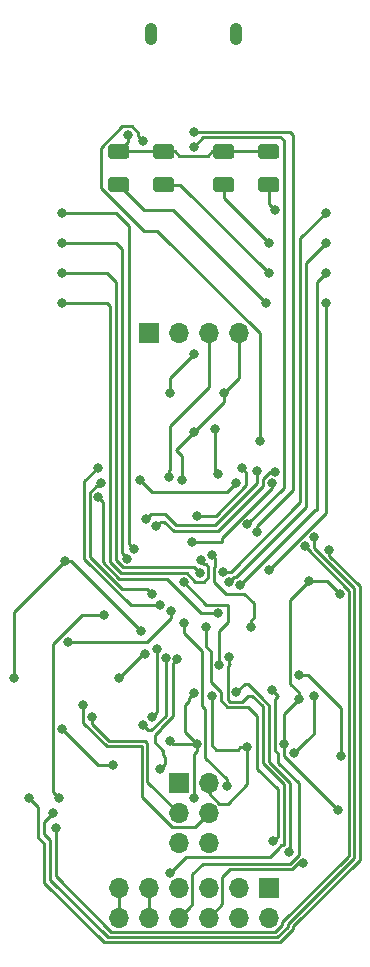
<source format=gbr>
G04 #@! TF.GenerationSoftware,KiCad,Pcbnew,5.0.2-bee76a0~70~ubuntu18.04.1*
G04 #@! TF.CreationDate,2019-11-16T15:20:31+01:00*
G04 #@! TF.ProjectId,Eierland,45696572-6c61-46e6-942e-6b696361645f,rev?*
G04 #@! TF.SameCoordinates,Original*
G04 #@! TF.FileFunction,Copper,L2,Bot*
G04 #@! TF.FilePolarity,Positive*
%FSLAX46Y46*%
G04 Gerber Fmt 4.6, Leading zero omitted, Abs format (unit mm)*
G04 Created by KiCad (PCBNEW 5.0.2-bee76a0~70~ubuntu18.04.1) date za 16 nov 2019 15:20:31 CET*
%MOMM*%
%LPD*%
G01*
G04 APERTURE LIST*
G04 #@! TA.AperFunction,Conductor*
%ADD10C,0.100000*%
G04 #@! TD*
G04 #@! TA.AperFunction,SMDPad,CuDef*
%ADD11C,1.250000*%
G04 #@! TD*
G04 #@! TA.AperFunction,ComponentPad*
%ADD12R,1.700000X1.700000*%
G04 #@! TD*
G04 #@! TA.AperFunction,ComponentPad*
%ADD13O,1.700000X1.700000*%
G04 #@! TD*
G04 #@! TA.AperFunction,ComponentPad*
%ADD14O,1.050000X1.900000*%
G04 #@! TD*
G04 #@! TA.AperFunction,ViaPad*
%ADD15C,0.800000*%
G04 #@! TD*
G04 #@! TA.AperFunction,Conductor*
%ADD16C,0.250000*%
G04 #@! TD*
G04 APERTURE END LIST*
D10*
G04 #@! TO.N,GND*
G04 #@! TO.C,D7*
G36*
X126379504Y-77986204D02*
X126403773Y-77989804D01*
X126427571Y-77995765D01*
X126450671Y-78004030D01*
X126472849Y-78014520D01*
X126493893Y-78027133D01*
X126513598Y-78041747D01*
X126531777Y-78058223D01*
X126548253Y-78076402D01*
X126562867Y-78096107D01*
X126575480Y-78117151D01*
X126585970Y-78139329D01*
X126594235Y-78162429D01*
X126600196Y-78186227D01*
X126603796Y-78210496D01*
X126605000Y-78235000D01*
X126605000Y-78985000D01*
X126603796Y-79009504D01*
X126600196Y-79033773D01*
X126594235Y-79057571D01*
X126585970Y-79080671D01*
X126575480Y-79102849D01*
X126562867Y-79123893D01*
X126548253Y-79143598D01*
X126531777Y-79161777D01*
X126513598Y-79178253D01*
X126493893Y-79192867D01*
X126472849Y-79205480D01*
X126450671Y-79215970D01*
X126427571Y-79224235D01*
X126403773Y-79230196D01*
X126379504Y-79233796D01*
X126355000Y-79235000D01*
X125105000Y-79235000D01*
X125080496Y-79233796D01*
X125056227Y-79230196D01*
X125032429Y-79224235D01*
X125009329Y-79215970D01*
X124987151Y-79205480D01*
X124966107Y-79192867D01*
X124946402Y-79178253D01*
X124928223Y-79161777D01*
X124911747Y-79143598D01*
X124897133Y-79123893D01*
X124884520Y-79102849D01*
X124874030Y-79080671D01*
X124865765Y-79057571D01*
X124859804Y-79033773D01*
X124856204Y-79009504D01*
X124855000Y-78985000D01*
X124855000Y-78235000D01*
X124856204Y-78210496D01*
X124859804Y-78186227D01*
X124865765Y-78162429D01*
X124874030Y-78139329D01*
X124884520Y-78117151D01*
X124897133Y-78096107D01*
X124911747Y-78076402D01*
X124928223Y-78058223D01*
X124946402Y-78041747D01*
X124966107Y-78027133D01*
X124987151Y-78014520D01*
X125009329Y-78004030D01*
X125032429Y-77995765D01*
X125056227Y-77989804D01*
X125080496Y-77986204D01*
X125105000Y-77985000D01*
X126355000Y-77985000D01*
X126379504Y-77986204D01*
X126379504Y-77986204D01*
G37*
D11*
G04 #@! TD*
G04 #@! TO.P,D7,1*
G04 #@! TO.N,GND*
X125730000Y-78610000D03*
D10*
G04 #@! TO.N,Net-(D7-Pad2)*
G04 #@! TO.C,D7*
G36*
X126379504Y-80786204D02*
X126403773Y-80789804D01*
X126427571Y-80795765D01*
X126450671Y-80804030D01*
X126472849Y-80814520D01*
X126493893Y-80827133D01*
X126513598Y-80841747D01*
X126531777Y-80858223D01*
X126548253Y-80876402D01*
X126562867Y-80896107D01*
X126575480Y-80917151D01*
X126585970Y-80939329D01*
X126594235Y-80962429D01*
X126600196Y-80986227D01*
X126603796Y-81010496D01*
X126605000Y-81035000D01*
X126605000Y-81785000D01*
X126603796Y-81809504D01*
X126600196Y-81833773D01*
X126594235Y-81857571D01*
X126585970Y-81880671D01*
X126575480Y-81902849D01*
X126562867Y-81923893D01*
X126548253Y-81943598D01*
X126531777Y-81961777D01*
X126513598Y-81978253D01*
X126493893Y-81992867D01*
X126472849Y-82005480D01*
X126450671Y-82015970D01*
X126427571Y-82024235D01*
X126403773Y-82030196D01*
X126379504Y-82033796D01*
X126355000Y-82035000D01*
X125105000Y-82035000D01*
X125080496Y-82033796D01*
X125056227Y-82030196D01*
X125032429Y-82024235D01*
X125009329Y-82015970D01*
X124987151Y-82005480D01*
X124966107Y-81992867D01*
X124946402Y-81978253D01*
X124928223Y-81961777D01*
X124911747Y-81943598D01*
X124897133Y-81923893D01*
X124884520Y-81902849D01*
X124874030Y-81880671D01*
X124865765Y-81857571D01*
X124859804Y-81833773D01*
X124856204Y-81809504D01*
X124855000Y-81785000D01*
X124855000Y-81035000D01*
X124856204Y-81010496D01*
X124859804Y-80986227D01*
X124865765Y-80962429D01*
X124874030Y-80939329D01*
X124884520Y-80917151D01*
X124897133Y-80896107D01*
X124911747Y-80876402D01*
X124928223Y-80858223D01*
X124946402Y-80841747D01*
X124966107Y-80827133D01*
X124987151Y-80814520D01*
X125009329Y-80804030D01*
X125032429Y-80795765D01*
X125056227Y-80789804D01*
X125080496Y-80786204D01*
X125105000Y-80785000D01*
X126355000Y-80785000D01*
X126379504Y-80786204D01*
X126379504Y-80786204D01*
G37*
D11*
G04 #@! TD*
G04 #@! TO.P,D7,2*
G04 #@! TO.N,Net-(D7-Pad2)*
X125730000Y-81410000D03*
D10*
G04 #@! TO.N,Net-(D8-Pad2)*
G04 #@! TO.C,D8*
G36*
X130189504Y-80786204D02*
X130213773Y-80789804D01*
X130237571Y-80795765D01*
X130260671Y-80804030D01*
X130282849Y-80814520D01*
X130303893Y-80827133D01*
X130323598Y-80841747D01*
X130341777Y-80858223D01*
X130358253Y-80876402D01*
X130372867Y-80896107D01*
X130385480Y-80917151D01*
X130395970Y-80939329D01*
X130404235Y-80962429D01*
X130410196Y-80986227D01*
X130413796Y-81010496D01*
X130415000Y-81035000D01*
X130415000Y-81785000D01*
X130413796Y-81809504D01*
X130410196Y-81833773D01*
X130404235Y-81857571D01*
X130395970Y-81880671D01*
X130385480Y-81902849D01*
X130372867Y-81923893D01*
X130358253Y-81943598D01*
X130341777Y-81961777D01*
X130323598Y-81978253D01*
X130303893Y-81992867D01*
X130282849Y-82005480D01*
X130260671Y-82015970D01*
X130237571Y-82024235D01*
X130213773Y-82030196D01*
X130189504Y-82033796D01*
X130165000Y-82035000D01*
X128915000Y-82035000D01*
X128890496Y-82033796D01*
X128866227Y-82030196D01*
X128842429Y-82024235D01*
X128819329Y-82015970D01*
X128797151Y-82005480D01*
X128776107Y-81992867D01*
X128756402Y-81978253D01*
X128738223Y-81961777D01*
X128721747Y-81943598D01*
X128707133Y-81923893D01*
X128694520Y-81902849D01*
X128684030Y-81880671D01*
X128675765Y-81857571D01*
X128669804Y-81833773D01*
X128666204Y-81809504D01*
X128665000Y-81785000D01*
X128665000Y-81035000D01*
X128666204Y-81010496D01*
X128669804Y-80986227D01*
X128675765Y-80962429D01*
X128684030Y-80939329D01*
X128694520Y-80917151D01*
X128707133Y-80896107D01*
X128721747Y-80876402D01*
X128738223Y-80858223D01*
X128756402Y-80841747D01*
X128776107Y-80827133D01*
X128797151Y-80814520D01*
X128819329Y-80804030D01*
X128842429Y-80795765D01*
X128866227Y-80789804D01*
X128890496Y-80786204D01*
X128915000Y-80785000D01*
X130165000Y-80785000D01*
X130189504Y-80786204D01*
X130189504Y-80786204D01*
G37*
D11*
G04 #@! TD*
G04 #@! TO.P,D8,2*
G04 #@! TO.N,Net-(D8-Pad2)*
X129540000Y-81410000D03*
D10*
G04 #@! TO.N,GND*
G04 #@! TO.C,D8*
G36*
X130189504Y-77986204D02*
X130213773Y-77989804D01*
X130237571Y-77995765D01*
X130260671Y-78004030D01*
X130282849Y-78014520D01*
X130303893Y-78027133D01*
X130323598Y-78041747D01*
X130341777Y-78058223D01*
X130358253Y-78076402D01*
X130372867Y-78096107D01*
X130385480Y-78117151D01*
X130395970Y-78139329D01*
X130404235Y-78162429D01*
X130410196Y-78186227D01*
X130413796Y-78210496D01*
X130415000Y-78235000D01*
X130415000Y-78985000D01*
X130413796Y-79009504D01*
X130410196Y-79033773D01*
X130404235Y-79057571D01*
X130395970Y-79080671D01*
X130385480Y-79102849D01*
X130372867Y-79123893D01*
X130358253Y-79143598D01*
X130341777Y-79161777D01*
X130323598Y-79178253D01*
X130303893Y-79192867D01*
X130282849Y-79205480D01*
X130260671Y-79215970D01*
X130237571Y-79224235D01*
X130213773Y-79230196D01*
X130189504Y-79233796D01*
X130165000Y-79235000D01*
X128915000Y-79235000D01*
X128890496Y-79233796D01*
X128866227Y-79230196D01*
X128842429Y-79224235D01*
X128819329Y-79215970D01*
X128797151Y-79205480D01*
X128776107Y-79192867D01*
X128756402Y-79178253D01*
X128738223Y-79161777D01*
X128721747Y-79143598D01*
X128707133Y-79123893D01*
X128694520Y-79102849D01*
X128684030Y-79080671D01*
X128675765Y-79057571D01*
X128669804Y-79033773D01*
X128666204Y-79009504D01*
X128665000Y-78985000D01*
X128665000Y-78235000D01*
X128666204Y-78210496D01*
X128669804Y-78186227D01*
X128675765Y-78162429D01*
X128684030Y-78139329D01*
X128694520Y-78117151D01*
X128707133Y-78096107D01*
X128721747Y-78076402D01*
X128738223Y-78058223D01*
X128756402Y-78041747D01*
X128776107Y-78027133D01*
X128797151Y-78014520D01*
X128819329Y-78004030D01*
X128842429Y-77995765D01*
X128866227Y-77989804D01*
X128890496Y-77986204D01*
X128915000Y-77985000D01*
X130165000Y-77985000D01*
X130189504Y-77986204D01*
X130189504Y-77986204D01*
G37*
D11*
G04 #@! TD*
G04 #@! TO.P,D8,1*
G04 #@! TO.N,GND*
X129540000Y-78610000D03*
D10*
G04 #@! TO.N,Net-(D9-Pad2)*
G04 #@! TO.C,D9*
G36*
X135269504Y-80786204D02*
X135293773Y-80789804D01*
X135317571Y-80795765D01*
X135340671Y-80804030D01*
X135362849Y-80814520D01*
X135383893Y-80827133D01*
X135403598Y-80841747D01*
X135421777Y-80858223D01*
X135438253Y-80876402D01*
X135452867Y-80896107D01*
X135465480Y-80917151D01*
X135475970Y-80939329D01*
X135484235Y-80962429D01*
X135490196Y-80986227D01*
X135493796Y-81010496D01*
X135495000Y-81035000D01*
X135495000Y-81785000D01*
X135493796Y-81809504D01*
X135490196Y-81833773D01*
X135484235Y-81857571D01*
X135475970Y-81880671D01*
X135465480Y-81902849D01*
X135452867Y-81923893D01*
X135438253Y-81943598D01*
X135421777Y-81961777D01*
X135403598Y-81978253D01*
X135383893Y-81992867D01*
X135362849Y-82005480D01*
X135340671Y-82015970D01*
X135317571Y-82024235D01*
X135293773Y-82030196D01*
X135269504Y-82033796D01*
X135245000Y-82035000D01*
X133995000Y-82035000D01*
X133970496Y-82033796D01*
X133946227Y-82030196D01*
X133922429Y-82024235D01*
X133899329Y-82015970D01*
X133877151Y-82005480D01*
X133856107Y-81992867D01*
X133836402Y-81978253D01*
X133818223Y-81961777D01*
X133801747Y-81943598D01*
X133787133Y-81923893D01*
X133774520Y-81902849D01*
X133764030Y-81880671D01*
X133755765Y-81857571D01*
X133749804Y-81833773D01*
X133746204Y-81809504D01*
X133745000Y-81785000D01*
X133745000Y-81035000D01*
X133746204Y-81010496D01*
X133749804Y-80986227D01*
X133755765Y-80962429D01*
X133764030Y-80939329D01*
X133774520Y-80917151D01*
X133787133Y-80896107D01*
X133801747Y-80876402D01*
X133818223Y-80858223D01*
X133836402Y-80841747D01*
X133856107Y-80827133D01*
X133877151Y-80814520D01*
X133899329Y-80804030D01*
X133922429Y-80795765D01*
X133946227Y-80789804D01*
X133970496Y-80786204D01*
X133995000Y-80785000D01*
X135245000Y-80785000D01*
X135269504Y-80786204D01*
X135269504Y-80786204D01*
G37*
D11*
G04 #@! TD*
G04 #@! TO.P,D9,2*
G04 #@! TO.N,Net-(D9-Pad2)*
X134620000Y-81410000D03*
D10*
G04 #@! TO.N,GND*
G04 #@! TO.C,D9*
G36*
X135269504Y-77986204D02*
X135293773Y-77989804D01*
X135317571Y-77995765D01*
X135340671Y-78004030D01*
X135362849Y-78014520D01*
X135383893Y-78027133D01*
X135403598Y-78041747D01*
X135421777Y-78058223D01*
X135438253Y-78076402D01*
X135452867Y-78096107D01*
X135465480Y-78117151D01*
X135475970Y-78139329D01*
X135484235Y-78162429D01*
X135490196Y-78186227D01*
X135493796Y-78210496D01*
X135495000Y-78235000D01*
X135495000Y-78985000D01*
X135493796Y-79009504D01*
X135490196Y-79033773D01*
X135484235Y-79057571D01*
X135475970Y-79080671D01*
X135465480Y-79102849D01*
X135452867Y-79123893D01*
X135438253Y-79143598D01*
X135421777Y-79161777D01*
X135403598Y-79178253D01*
X135383893Y-79192867D01*
X135362849Y-79205480D01*
X135340671Y-79215970D01*
X135317571Y-79224235D01*
X135293773Y-79230196D01*
X135269504Y-79233796D01*
X135245000Y-79235000D01*
X133995000Y-79235000D01*
X133970496Y-79233796D01*
X133946227Y-79230196D01*
X133922429Y-79224235D01*
X133899329Y-79215970D01*
X133877151Y-79205480D01*
X133856107Y-79192867D01*
X133836402Y-79178253D01*
X133818223Y-79161777D01*
X133801747Y-79143598D01*
X133787133Y-79123893D01*
X133774520Y-79102849D01*
X133764030Y-79080671D01*
X133755765Y-79057571D01*
X133749804Y-79033773D01*
X133746204Y-79009504D01*
X133745000Y-78985000D01*
X133745000Y-78235000D01*
X133746204Y-78210496D01*
X133749804Y-78186227D01*
X133755765Y-78162429D01*
X133764030Y-78139329D01*
X133774520Y-78117151D01*
X133787133Y-78096107D01*
X133801747Y-78076402D01*
X133818223Y-78058223D01*
X133836402Y-78041747D01*
X133856107Y-78027133D01*
X133877151Y-78014520D01*
X133899329Y-78004030D01*
X133922429Y-77995765D01*
X133946227Y-77989804D01*
X133970496Y-77986204D01*
X133995000Y-77985000D01*
X135245000Y-77985000D01*
X135269504Y-77986204D01*
X135269504Y-77986204D01*
G37*
D11*
G04 #@! TD*
G04 #@! TO.P,D9,1*
G04 #@! TO.N,GND*
X134620000Y-78610000D03*
D10*
G04 #@! TO.N,GND*
G04 #@! TO.C,D10*
G36*
X139079504Y-77986204D02*
X139103773Y-77989804D01*
X139127571Y-77995765D01*
X139150671Y-78004030D01*
X139172849Y-78014520D01*
X139193893Y-78027133D01*
X139213598Y-78041747D01*
X139231777Y-78058223D01*
X139248253Y-78076402D01*
X139262867Y-78096107D01*
X139275480Y-78117151D01*
X139285970Y-78139329D01*
X139294235Y-78162429D01*
X139300196Y-78186227D01*
X139303796Y-78210496D01*
X139305000Y-78235000D01*
X139305000Y-78985000D01*
X139303796Y-79009504D01*
X139300196Y-79033773D01*
X139294235Y-79057571D01*
X139285970Y-79080671D01*
X139275480Y-79102849D01*
X139262867Y-79123893D01*
X139248253Y-79143598D01*
X139231777Y-79161777D01*
X139213598Y-79178253D01*
X139193893Y-79192867D01*
X139172849Y-79205480D01*
X139150671Y-79215970D01*
X139127571Y-79224235D01*
X139103773Y-79230196D01*
X139079504Y-79233796D01*
X139055000Y-79235000D01*
X137805000Y-79235000D01*
X137780496Y-79233796D01*
X137756227Y-79230196D01*
X137732429Y-79224235D01*
X137709329Y-79215970D01*
X137687151Y-79205480D01*
X137666107Y-79192867D01*
X137646402Y-79178253D01*
X137628223Y-79161777D01*
X137611747Y-79143598D01*
X137597133Y-79123893D01*
X137584520Y-79102849D01*
X137574030Y-79080671D01*
X137565765Y-79057571D01*
X137559804Y-79033773D01*
X137556204Y-79009504D01*
X137555000Y-78985000D01*
X137555000Y-78235000D01*
X137556204Y-78210496D01*
X137559804Y-78186227D01*
X137565765Y-78162429D01*
X137574030Y-78139329D01*
X137584520Y-78117151D01*
X137597133Y-78096107D01*
X137611747Y-78076402D01*
X137628223Y-78058223D01*
X137646402Y-78041747D01*
X137666107Y-78027133D01*
X137687151Y-78014520D01*
X137709329Y-78004030D01*
X137732429Y-77995765D01*
X137756227Y-77989804D01*
X137780496Y-77986204D01*
X137805000Y-77985000D01*
X139055000Y-77985000D01*
X139079504Y-77986204D01*
X139079504Y-77986204D01*
G37*
D11*
G04 #@! TD*
G04 #@! TO.P,D10,1*
G04 #@! TO.N,GND*
X138430000Y-78610000D03*
D10*
G04 #@! TO.N,Net-(D10-Pad2)*
G04 #@! TO.C,D10*
G36*
X139079504Y-80786204D02*
X139103773Y-80789804D01*
X139127571Y-80795765D01*
X139150671Y-80804030D01*
X139172849Y-80814520D01*
X139193893Y-80827133D01*
X139213598Y-80841747D01*
X139231777Y-80858223D01*
X139248253Y-80876402D01*
X139262867Y-80896107D01*
X139275480Y-80917151D01*
X139285970Y-80939329D01*
X139294235Y-80962429D01*
X139300196Y-80986227D01*
X139303796Y-81010496D01*
X139305000Y-81035000D01*
X139305000Y-81785000D01*
X139303796Y-81809504D01*
X139300196Y-81833773D01*
X139294235Y-81857571D01*
X139285970Y-81880671D01*
X139275480Y-81902849D01*
X139262867Y-81923893D01*
X139248253Y-81943598D01*
X139231777Y-81961777D01*
X139213598Y-81978253D01*
X139193893Y-81992867D01*
X139172849Y-82005480D01*
X139150671Y-82015970D01*
X139127571Y-82024235D01*
X139103773Y-82030196D01*
X139079504Y-82033796D01*
X139055000Y-82035000D01*
X137805000Y-82035000D01*
X137780496Y-82033796D01*
X137756227Y-82030196D01*
X137732429Y-82024235D01*
X137709329Y-82015970D01*
X137687151Y-82005480D01*
X137666107Y-81992867D01*
X137646402Y-81978253D01*
X137628223Y-81961777D01*
X137611747Y-81943598D01*
X137597133Y-81923893D01*
X137584520Y-81902849D01*
X137574030Y-81880671D01*
X137565765Y-81857571D01*
X137559804Y-81833773D01*
X137556204Y-81809504D01*
X137555000Y-81785000D01*
X137555000Y-81035000D01*
X137556204Y-81010496D01*
X137559804Y-80986227D01*
X137565765Y-80962429D01*
X137574030Y-80939329D01*
X137584520Y-80917151D01*
X137597133Y-80896107D01*
X137611747Y-80876402D01*
X137628223Y-80858223D01*
X137646402Y-80841747D01*
X137666107Y-80827133D01*
X137687151Y-80814520D01*
X137709329Y-80804030D01*
X137732429Y-80795765D01*
X137756227Y-80789804D01*
X137780496Y-80786204D01*
X137805000Y-80785000D01*
X139055000Y-80785000D01*
X139079504Y-80786204D01*
X139079504Y-80786204D01*
G37*
D11*
G04 #@! TD*
G04 #@! TO.P,D10,2*
G04 #@! TO.N,Net-(D10-Pad2)*
X138430000Y-81410000D03*
D12*
G04 #@! TO.P,J1,1*
G04 #@! TO.N,+3V3*
X128270000Y-93980000D03*
D13*
G04 #@! TO.P,J1,2*
G04 #@! TO.N,SWDIO*
X130810000Y-93980000D03*
G04 #@! TO.P,J1,3*
G04 #@! TO.N,SWDCLK*
X133350000Y-93980000D03*
G04 #@! TO.P,J1,4*
G04 #@! TO.N,GND*
X135890000Y-93980000D03*
G04 #@! TD*
D14*
G04 #@! TO.P,J2,6*
G04 #@! TO.N,Net-(J2-Pad6)*
X135655000Y-68650000D03*
X128505000Y-68650000D03*
G04 #@! TD*
D12*
G04 #@! TO.P,J3,1*
G04 #@! TO.N,+3V3*
X130810000Y-132080000D03*
D13*
G04 #@! TO.P,J3,2*
X133350000Y-132080000D03*
G04 #@! TO.P,J3,3*
G04 #@! TO.N,Net-(J3-Pad3)*
X130810000Y-134620000D03*
G04 #@! TO.P,J3,4*
G04 #@! TO.N,Net-(J3-Pad4)*
X133350000Y-134620000D03*
G04 #@! TO.P,J3,5*
G04 #@! TO.N,GND*
X130810000Y-137160000D03*
G04 #@! TO.P,J3,6*
X133350000Y-137160000D03*
G04 #@! TD*
D12*
G04 #@! TO.P,J4,1*
G04 #@! TO.N,PMOD1*
X138430000Y-140970000D03*
D13*
G04 #@! TO.P,J4,2*
G04 #@! TO.N,PMOD7*
X138430000Y-143510000D03*
G04 #@! TO.P,J4,3*
G04 #@! TO.N,PMOD2*
X135890000Y-140970000D03*
G04 #@! TO.P,J4,4*
G04 #@! TO.N,PMOD8*
X135890000Y-143510000D03*
G04 #@! TO.P,J4,5*
G04 #@! TO.N,PMOD3*
X133350000Y-140970000D03*
G04 #@! TO.P,J4,6*
G04 #@! TO.N,PMOD9*
X133350000Y-143510000D03*
G04 #@! TO.P,J4,7*
G04 #@! TO.N,PMOD4*
X130810000Y-140970000D03*
G04 #@! TO.P,J4,8*
G04 #@! TO.N,PMOD10*
X130810000Y-143510000D03*
G04 #@! TO.P,J4,9*
G04 #@! TO.N,GND*
X128270000Y-140970000D03*
G04 #@! TO.P,J4,10*
X128270000Y-143510000D03*
G04 #@! TO.P,J4,11*
G04 #@! TO.N,+3V3*
X125730000Y-140970000D03*
G04 #@! TO.P,J4,12*
X125730000Y-143510000D03*
G04 #@! TD*
D15*
G04 #@! TO.N,GND*
X120904000Y-127508000D03*
X125222000Y-130556000D03*
X132334000Y-128778000D03*
X132084265Y-133354265D03*
X132080000Y-124460000D03*
X125730000Y-123190000D03*
X127978784Y-121120784D03*
X126492000Y-77216000D03*
X134620000Y-99060000D03*
X132080000Y-102362000D03*
X131064000Y-106426000D03*
X136943000Y-118872000D03*
X133604000Y-112776000D03*
X142240000Y-124714000D03*
X140599998Y-129540000D03*
X130048000Y-128524000D03*
G04 #@! TO.N,FOSC2*
X130190046Y-117540919D03*
X121412000Y-120142000D03*
G04 #@! TO.N,NRST*
X129231571Y-117039571D03*
X123952000Y-105410000D03*
G04 #@! TO.N,FOSC1*
X127610228Y-119228228D03*
X121158000Y-113284000D03*
X116840000Y-123190000D03*
G04 #@! TO.N,+3V3*
X136144000Y-105410000D03*
X132334000Y-109474000D03*
X124460000Y-117856000D03*
X120650000Y-133350000D03*
X136603924Y-129026473D03*
X139700000Y-128778000D03*
X140970000Y-124968000D03*
X144272000Y-134366000D03*
X141863653Y-114939653D03*
X133604000Y-124714000D03*
X144521347Y-116082653D03*
G04 #@! TO.N,Net-(D1-Pad1)*
X130048000Y-99060000D03*
X132080000Y-95758000D03*
G04 #@! TO.N,Net-(D7-Pad2)*
X138176000Y-91440000D03*
G04 #@! TO.N,Net-(D8-Pad2)*
X138430000Y-88900000D03*
G04 #@! TO.N,Net-(D9-Pad2)*
X138430000Y-86360000D03*
G04 #@! TO.N,Net-(D10-Pad2)*
X138938000Y-83566000D03*
G04 #@! TO.N,Net-(D13-Pad4)*
X118110000Y-133350000D03*
X143580051Y-112314701D03*
G04 #@! TO.N,Net-(D13-Pad3)*
X120146653Y-134615347D03*
X142244653Y-111256653D03*
G04 #@! TO.N,Net-(D13-Pad2)*
X120396000Y-135890000D03*
X141482653Y-112018653D03*
G04 #@! TO.N,Net-(D14-Pad2)*
X144526000Y-129794000D03*
X140970000Y-122936000D03*
G04 #@! TO.N,SWDIO*
X133858000Y-102108000D03*
X134112000Y-105918000D03*
G04 #@! TO.N,SWDCLK*
X130043347Y-106167347D03*
G04 #@! TO.N,VCC*
X127762000Y-77724000D03*
X137668000Y-103124000D03*
G04 #@! TO.N,Net-(J3-Pad3)*
X123444000Y-126492000D03*
G04 #@! TO.N,Net-(J3-Pad4)*
X122719000Y-125476000D03*
G04 #@! TO.N,PMOD1*
X128524000Y-126492000D03*
X128981570Y-120754397D03*
G04 #@! TO.N,PMOD7*
X133096000Y-118872000D03*
X138806347Y-137028347D03*
G04 #@! TO.N,PMOD2*
X127816892Y-127199108D03*
X129706570Y-121516643D03*
G04 #@! TO.N,PMOD8*
X135123347Y-121416653D03*
X130048000Y-139700000D03*
G04 #@! TO.N,PMOD3*
X130706227Y-121542907D03*
X129248000Y-130874021D03*
G04 #@! TO.N,PMOD9*
X135703315Y-124397772D03*
X140203347Y-137917347D03*
X141355653Y-138815653D03*
G04 #@! TO.N,PMOD4*
X134874000Y-132334000D03*
X131295812Y-118533461D03*
G04 #@! TO.N,PMOD10*
X138684000Y-124206000D03*
G04 #@! TO.N,D+*
X136644819Y-110144067D03*
X132080000Y-78232000D03*
G04 #@! TO.N,D-*
X137414000Y-110869067D03*
X132080000Y-76962000D03*
G04 #@! TO.N,BOOT1*
X124003340Y-107857134D03*
X134112000Y-117699762D03*
G04 #@! TO.N,LED*
X135677500Y-106680000D03*
X128524000Y-116078000D03*
X124206000Y-106680000D03*
X127508000Y-106426000D03*
G04 #@! TO.N,LED0*
X127000000Y-112268000D03*
X120904000Y-83820000D03*
G04 #@! TO.N,LED1*
X126445299Y-113100051D03*
X120904000Y-86360000D03*
G04 #@! TO.N,LED2*
X132588000Y-114300000D03*
X120904000Y-88900000D03*
G04 #@! TO.N,LED3*
X120904000Y-91440000D03*
X132717592Y-113238909D03*
G04 #@! TO.N,LED4*
X138430000Y-114046000D03*
X143256000Y-91440000D03*
G04 #@! TO.N,LED5*
X136042610Y-115328140D03*
X143256000Y-88900000D03*
G04 #@! TO.N,LED6*
X135082433Y-115048741D03*
X143256000Y-86360000D03*
G04 #@! TO.N,LED7*
X134556960Y-114197929D03*
X143256000Y-83820000D03*
G04 #@! TO.N,LEDW0*
X131266346Y-115076654D03*
X134253505Y-122120022D03*
G04 #@! TO.N,R0*
X131921825Y-111664175D03*
X138684000Y-106680000D03*
G04 #@! TO.N,G0*
X128898405Y-110360242D03*
X138975000Y-105723276D03*
G04 #@! TO.N,B0*
X128057500Y-109728000D03*
X137414000Y-105664000D03*
G04 #@! TD*
D16*
G04 #@! TO.N,GND*
X120904000Y-127508000D02*
X123952000Y-130556000D01*
X123952000Y-130556000D02*
X125222000Y-130556000D01*
X132084265Y-129593420D02*
X132084265Y-133354265D01*
X132334000Y-128778000D02*
X132334000Y-129343685D01*
X132334000Y-129343685D02*
X132084265Y-129593420D01*
X131680001Y-124859999D02*
X131680001Y-125113999D01*
X132080000Y-124460000D02*
X131680001Y-124859999D01*
X131680001Y-125113999D02*
X131318000Y-125476000D01*
X131318000Y-127762000D02*
X132334000Y-128778000D01*
X131318000Y-125476000D02*
X131318000Y-127762000D01*
X128270000Y-142172081D02*
X128270000Y-143510000D01*
X128270000Y-140970000D02*
X128270000Y-142172081D01*
X125730000Y-123190000D02*
X127799216Y-121120784D01*
X127799216Y-121120784D02*
X127978784Y-121120784D01*
X126492000Y-77848000D02*
X125730000Y-78610000D01*
X126492000Y-77216000D02*
X126492000Y-77848000D01*
X126705000Y-78610000D02*
X129540000Y-78610000D01*
X125730000Y-78610000D02*
X126705000Y-78610000D01*
X133297999Y-78957001D02*
X133645000Y-78610000D01*
X130862001Y-78957001D02*
X133297999Y-78957001D01*
X133645000Y-78610000D02*
X134620000Y-78610000D01*
X130515000Y-78610000D02*
X130862001Y-78957001D01*
X129540000Y-78610000D02*
X130515000Y-78610000D01*
X135595000Y-78610000D02*
X138430000Y-78610000D01*
X134620000Y-78610000D02*
X135595000Y-78610000D01*
X135890000Y-97790000D02*
X135890000Y-93980000D01*
X134620000Y-99060000D02*
X135890000Y-97790000D01*
X134620000Y-99822000D02*
X134620000Y-99060000D01*
X132080000Y-102362000D02*
X134620000Y-99822000D01*
X132080000Y-102362000D02*
X130556000Y-103886000D01*
X130556000Y-103886000D02*
X131064000Y-104394000D01*
X131064000Y-104394000D02*
X131064000Y-106426000D01*
X136943000Y-118306315D02*
X137160000Y-118089315D01*
X136943000Y-118872000D02*
X136943000Y-118306315D01*
X137160000Y-116840000D02*
X136373141Y-116053141D01*
X137160000Y-118089315D02*
X137160000Y-116840000D01*
X136373141Y-116053141D02*
X134849141Y-116053141D01*
X133831959Y-115035959D02*
X133831959Y-113818041D01*
X134849141Y-116053141D02*
X133831959Y-115035959D01*
X133831959Y-113818041D02*
X133858000Y-113792000D01*
X133858000Y-113792000D02*
X133858000Y-113030000D01*
X133858000Y-113030000D02*
X133604000Y-112776000D01*
X141695001Y-128444997D02*
X140599998Y-129540000D01*
X142240000Y-124714000D02*
X142240000Y-127899998D01*
X142240000Y-127899998D02*
X141695001Y-128444997D01*
X132334000Y-128778000D02*
X130302000Y-128778000D01*
X130302000Y-128778000D02*
X130048000Y-128524000D01*
G04 #@! TO.N,FOSC2*
X128154650Y-120142000D02*
X121412000Y-120142000D01*
X130190046Y-117540919D02*
X130190046Y-118106604D01*
X130190046Y-118106604D02*
X128154650Y-120142000D01*
G04 #@! TO.N,NRST*
X122828329Y-106533671D02*
X123952000Y-105410000D01*
X122828329Y-113101723D02*
X122828329Y-106533671D01*
X129231571Y-117039571D02*
X126766177Y-117039571D01*
X126766177Y-117039571D02*
X122828329Y-113101723D01*
G04 #@! TO.N,FOSC1*
X127610228Y-119228228D02*
X121666000Y-113284000D01*
X121666000Y-113284000D02*
X121158000Y-113284000D01*
X116840000Y-117602000D02*
X121158000Y-113284000D01*
X116840000Y-123190000D02*
X116840000Y-117602000D01*
G04 #@! TO.N,+3V3*
X125730000Y-143510000D02*
X125730000Y-140970000D01*
X133956502Y-109474000D02*
X132334000Y-109474000D01*
X136543999Y-106886503D02*
X133956502Y-109474000D01*
X136144000Y-105410000D02*
X136543999Y-105809999D01*
X136543999Y-105809999D02*
X136543999Y-106886503D01*
X120178999Y-132878999D02*
X120650000Y-133350000D01*
X120178999Y-120301999D02*
X120178999Y-132878999D01*
X124460000Y-117856000D02*
X122624998Y-117856000D01*
X122624998Y-117856000D02*
X120178999Y-120301999D01*
X136603924Y-132185078D02*
X136603924Y-129026473D01*
X134968001Y-133821001D02*
X136603924Y-132185078D01*
X134271999Y-133821001D02*
X134968001Y-133821001D01*
X133350000Y-132080000D02*
X133350000Y-132899002D01*
X133350000Y-132899002D02*
X134271999Y-133821001D01*
X139700000Y-128778000D02*
X139700000Y-126238000D01*
X139700000Y-126238000D02*
X140970000Y-124968000D01*
X139700000Y-129794000D02*
X139700000Y-128778000D01*
X144272000Y-134366000D02*
X139700000Y-129794000D01*
X136038239Y-129026473D02*
X136603924Y-129026473D01*
X135815711Y-129249001D02*
X136038239Y-129026473D01*
X134017999Y-129249001D02*
X135815711Y-129249001D01*
X133604000Y-128835002D02*
X134017999Y-129249001D01*
X133604000Y-124714000D02*
X133604000Y-128835002D01*
X140244999Y-116558307D02*
X141863653Y-114939653D01*
X140970000Y-124968000D02*
X140970000Y-124402315D01*
X140244999Y-123677314D02*
X140244999Y-116558307D01*
X140970000Y-124402315D02*
X140244999Y-123677314D01*
X141863653Y-114939653D02*
X143378347Y-114939653D01*
X143378347Y-114939653D02*
X144521347Y-116082653D01*
G04 #@! TO.N,Net-(D1-Pad1)*
X130048000Y-99060000D02*
X130048000Y-97790000D01*
X130048000Y-97790000D02*
X132080000Y-95758000D01*
G04 #@! TO.N,Net-(D7-Pad2)*
X125730000Y-81410000D02*
X127886000Y-83566000D01*
X127886000Y-83566000D02*
X130302000Y-83566000D01*
X130302000Y-83566000D02*
X138176000Y-91440000D01*
G04 #@! TO.N,Net-(D8-Pad2)*
X129540000Y-81410000D02*
X130940000Y-81410000D01*
X130940000Y-81410000D02*
X138430000Y-88900000D01*
G04 #@! TO.N,Net-(D9-Pad2)*
X134620000Y-81410000D02*
X134620000Y-82550000D01*
X134620000Y-82550000D02*
X138430000Y-86360000D01*
G04 #@! TO.N,Net-(D10-Pad2)*
X138430000Y-81410000D02*
X138430000Y-83058000D01*
X138430000Y-83058000D02*
X138938000Y-83566000D01*
G04 #@! TO.N,Net-(D13-Pad4)*
X143533350Y-112268000D02*
X143580051Y-112314701D01*
X143510000Y-112268000D02*
X143533350Y-112268000D01*
X118872000Y-134112000D02*
X118110000Y-133350000D01*
X118872000Y-136652000D02*
X118872000Y-134112000D01*
X119437990Y-137217990D02*
X118872000Y-136652000D01*
X119437990Y-140519990D02*
X119437990Y-137217990D01*
X124503020Y-145585020D02*
X119437990Y-140519990D01*
X139366802Y-145585020D02*
X124503020Y-145585020D01*
X143580051Y-112314701D02*
X143580051Y-112843231D01*
X146151019Y-138585801D02*
X140505021Y-144231799D01*
X143580051Y-112843231D02*
X146151019Y-115414201D01*
X140505021Y-144231799D02*
X140505020Y-144446802D01*
X146151019Y-115414201D02*
X146151019Y-138585801D01*
X140505020Y-144446802D02*
X139366802Y-145585020D01*
G04 #@! TO.N,Net-(D13-Pad3)*
X119380000Y-135382000D02*
X119380000Y-136398000D01*
X120146653Y-134615347D02*
X119380000Y-135382000D01*
X119380000Y-136398000D02*
X119888000Y-136906000D01*
X119888000Y-136906000D02*
X119888000Y-139954000D01*
X119945990Y-140011990D02*
X119945990Y-140265990D01*
X119888000Y-139954000D02*
X119945990Y-140011990D01*
X139180402Y-145135010D02*
X140055011Y-144260401D01*
X119945990Y-140265990D02*
X124815011Y-145135011D01*
X124815011Y-145135011D02*
X139180402Y-145135010D01*
X140055011Y-144260401D02*
X140055011Y-144045399D01*
X140055011Y-144045399D02*
X145701010Y-138399400D01*
X145701011Y-138399399D02*
X145701010Y-115600600D01*
X145701010Y-138399400D02*
X145701011Y-138399399D01*
X145701010Y-115600600D02*
X142244653Y-112144243D01*
X142244653Y-112144243D02*
X142244653Y-111256653D01*
G04 #@! TO.N,Net-(D13-Pad2)*
X138994001Y-144685001D02*
X139605001Y-144074001D01*
X125127001Y-144685001D02*
X138994001Y-144685001D01*
X120396000Y-135890000D02*
X120396000Y-139954000D01*
X120396000Y-139954000D02*
X125127001Y-144685001D01*
X139605001Y-144074001D02*
X139605001Y-143858999D01*
X139605001Y-143858999D02*
X145034000Y-138430000D01*
X145251001Y-115787001D02*
X141482653Y-112018653D01*
X145034000Y-138430000D02*
X145251001Y-138212999D01*
X145251001Y-138212999D02*
X145251001Y-115787001D01*
G04 #@! TO.N,Net-(D14-Pad2)*
X144526000Y-129794000D02*
X144526000Y-125730000D01*
X144526000Y-125730000D02*
X141732000Y-122936000D01*
X141732000Y-122936000D02*
X140970000Y-122936000D01*
G04 #@! TO.N,SWDIO*
X133858000Y-102108000D02*
X133858000Y-105664000D01*
X133858000Y-105664000D02*
X134112000Y-105918000D01*
G04 #@! TO.N,SWDCLK*
X130043347Y-105601662D02*
X130048000Y-105597009D01*
X130043347Y-106167347D02*
X130043347Y-105601662D01*
X130048000Y-105597009D02*
X130048000Y-101854000D01*
X133350000Y-98552000D02*
X133350000Y-93980000D01*
X130048000Y-101854000D02*
X133350000Y-98552000D01*
G04 #@! TO.N,VCC*
X126035811Y-76490999D02*
X124206000Y-78320810D01*
X126840001Y-76490999D02*
X126035811Y-76490999D01*
X127362001Y-77012999D02*
X126840001Y-76490999D01*
X127762000Y-77724000D02*
X127362001Y-77324001D01*
X127362001Y-77324001D02*
X127362001Y-77012999D01*
X124206000Y-81699190D02*
X127850810Y-85344000D01*
X124206000Y-78320810D02*
X124206000Y-81699190D01*
X137668000Y-94018998D02*
X137668000Y-97282000D01*
X127850810Y-85344000D02*
X128993002Y-85344000D01*
X128993002Y-85344000D02*
X137668000Y-94018998D01*
X137668000Y-97282000D02*
X137668000Y-103124000D01*
G04 #@! TO.N,Net-(J3-Pad3)*
X123444000Y-127057685D02*
X123444000Y-126492000D01*
X128154020Y-131964020D02*
X128154020Y-128787610D01*
X128016000Y-128524000D02*
X124910315Y-128524000D01*
X128154020Y-128787610D02*
X128016000Y-128649590D01*
X124910315Y-128524000D02*
X123444000Y-127057685D01*
X130810000Y-134620000D02*
X128154020Y-131964020D01*
X128016000Y-128649590D02*
X128016000Y-128524000D01*
G04 #@! TO.N,Net-(J3-Pad4)*
X132500001Y-135469999D02*
X133350000Y-134620000D01*
X132174999Y-135795001D02*
X132500001Y-135469999D01*
X122719000Y-126969095D02*
X124723915Y-128974010D01*
X122719000Y-125476000D02*
X122719000Y-126969095D01*
X124723915Y-128974010D02*
X127704010Y-128974010D01*
X127704010Y-128974010D02*
X127704010Y-133253012D01*
X127704010Y-133253012D02*
X130245999Y-135795001D01*
X130245999Y-135795001D02*
X132174999Y-135795001D01*
G04 #@! TO.N,PMOD1*
X128524000Y-126492000D02*
X128981570Y-126034430D01*
X128981570Y-126034430D02*
X128981570Y-120754397D01*
G04 #@! TO.N,PMOD7*
X133528504Y-123565502D02*
X134366000Y-124402998D01*
X133528504Y-120954094D02*
X133528504Y-123565502D01*
X133096000Y-118872000D02*
X133096000Y-120521590D01*
X133096000Y-120521590D02*
X133528504Y-120954094D01*
X134941600Y-125672010D02*
X136709990Y-125672010D01*
X134366000Y-124402998D02*
X134366000Y-125096410D01*
X134366000Y-125096410D02*
X134941600Y-125672010D01*
X136709990Y-125672010D02*
X137021980Y-125984000D01*
X137414000Y-126376020D02*
X137414000Y-129286000D01*
X137021980Y-125984000D02*
X137414000Y-126376020D01*
X137471990Y-129343990D02*
X137471990Y-130867990D01*
X137414000Y-129286000D02*
X137471990Y-129343990D01*
X137471990Y-130867990D02*
X139192000Y-132588000D01*
X139192000Y-132588000D02*
X139192000Y-136642694D01*
X139192000Y-136642694D02*
X138806347Y-137028347D01*
G04 #@! TO.N,PMOD2*
X129706570Y-126382432D02*
X129706570Y-121516643D01*
X128489895Y-127599107D02*
X129706570Y-126382432D01*
X127816892Y-127199108D02*
X128216891Y-127599107D01*
X128216891Y-127599107D02*
X128489895Y-127599107D01*
G04 #@! TO.N,PMOD8*
X137922000Y-130430410D02*
X139700000Y-132208410D01*
X137031590Y-124714000D02*
X137922000Y-125604410D01*
X139700000Y-137347692D02*
X139512308Y-137347692D01*
X134978314Y-122136677D02*
X134978314Y-125072314D01*
X137922000Y-128778000D02*
X137922000Y-130430410D01*
X135123347Y-121416653D02*
X135123347Y-121982338D01*
X139700000Y-132208410D02*
X139700000Y-137347692D01*
X135128000Y-125222000D02*
X136144000Y-125222000D01*
X135128000Y-121986991D02*
X134978314Y-122136677D01*
X134978314Y-125072314D02*
X135128000Y-125222000D01*
X137922000Y-125604410D02*
X137922000Y-128778000D01*
X136144000Y-125222000D02*
X136652000Y-124714000D01*
X136652000Y-124714000D02*
X137031590Y-124714000D01*
X139512308Y-137347692D02*
X139192000Y-137668000D01*
X135123347Y-121982338D02*
X135128000Y-121986991D01*
X131412999Y-138335001D02*
X130048000Y-139700000D01*
X139192000Y-137668000D02*
X138524999Y-138335001D01*
X138524999Y-138335001D02*
X131412999Y-138335001D01*
G04 #@! TO.N,PMOD3*
X130551347Y-121697787D02*
X130706227Y-121542907D01*
X130302000Y-121947134D02*
X130706227Y-121542907D01*
X130302000Y-126423412D02*
X130302000Y-121947134D01*
X129482010Y-129736010D02*
X129482009Y-129353599D01*
X129286000Y-127508000D02*
X129286000Y-127439412D01*
X129482009Y-129353599D02*
X128778000Y-128649590D01*
X129286000Y-127439412D02*
X130302000Y-126423412D01*
X128778000Y-128016000D02*
X129286000Y-127508000D01*
X128778000Y-128649590D02*
X128778000Y-128016000D01*
X129647999Y-129901999D02*
X129482010Y-129736010D01*
X129647999Y-130474022D02*
X129647999Y-129901999D01*
X129248000Y-130874021D02*
X129647999Y-130474022D01*
G04 #@! TO.N,PMOD9*
X135703315Y-124397772D02*
X136403087Y-123698000D01*
X136709002Y-123698000D02*
X137979002Y-124968000D01*
X136403087Y-123698000D02*
X136709002Y-123698000D01*
X137979002Y-124968000D02*
X137979002Y-125025002D01*
X137979002Y-125025002D02*
X138430000Y-125476000D01*
X138430000Y-125476000D02*
X138430000Y-129794000D01*
X138430000Y-129794000D02*
X138430000Y-130302000D01*
X138430000Y-130302000D02*
X140208000Y-132080000D01*
X140208000Y-132080000D02*
X140208000Y-137160000D01*
X140208000Y-137160000D02*
X140208000Y-137912694D01*
X140208000Y-137912694D02*
X140203347Y-137917347D01*
X141224000Y-138684000D02*
X141098410Y-138684000D01*
X141355653Y-138815653D02*
X141224000Y-138684000D01*
X135185990Y-139388010D02*
X134525001Y-140048999D01*
X134525001Y-142334999D02*
X133350000Y-143510000D01*
X141098410Y-138684000D02*
X140394400Y-139388010D01*
X140394400Y-139388010D02*
X135185990Y-139388010D01*
X134525001Y-140048999D02*
X134525001Y-142334999D01*
G04 #@! TO.N,PMOD4*
X132805001Y-125562001D02*
X132805001Y-122645001D01*
X133059001Y-125816001D02*
X132805001Y-125562001D01*
X133059001Y-129953316D02*
X133059001Y-125816001D01*
X134874000Y-132334000D02*
X134874000Y-131768315D01*
X134874000Y-131768315D02*
X133059001Y-129953316D01*
X131295812Y-119357812D02*
X131295812Y-118533461D01*
X132805001Y-122645001D02*
X132805001Y-120867001D01*
X132805001Y-120867001D02*
X131295812Y-119357812D01*
G04 #@! TO.N,PMOD10*
X131985001Y-142334999D02*
X131659999Y-142660001D01*
X132842000Y-138938000D02*
X131985001Y-139794999D01*
X140970000Y-138176000D02*
X140208000Y-138938000D01*
X140970000Y-132080000D02*
X140970000Y-138176000D01*
X139192000Y-124714000D02*
X138974999Y-124931001D01*
X131659999Y-142660001D02*
X130810000Y-143510000D01*
X139249990Y-130359990D02*
X140970000Y-132080000D01*
X131985001Y-139794999D02*
X131985001Y-142334999D01*
X138974999Y-124931001D02*
X138974999Y-129322999D01*
X138684000Y-124206000D02*
X139192000Y-124714000D01*
X139249990Y-129597990D02*
X139249990Y-130359990D01*
X140208000Y-138938000D02*
X132842000Y-138938000D01*
X138974999Y-129322999D02*
X139249990Y-129597990D01*
G04 #@! TO.N,D+*
X136644819Y-110144067D02*
X139700000Y-107088886D01*
X139700000Y-107088886D02*
X139700000Y-81534000D01*
X132899990Y-77412010D02*
X132080000Y-78232000D01*
X139435570Y-77412010D02*
X132899990Y-77412010D01*
X139700000Y-81534000D02*
X139700000Y-77676440D01*
X139700000Y-77676440D02*
X139435570Y-77412010D01*
G04 #@! TO.N,D-*
X137414000Y-110303382D02*
X140462000Y-107255382D01*
X137414000Y-110869067D02*
X137414000Y-110303382D01*
X140462000Y-107255382D02*
X140462000Y-77216000D01*
X140462000Y-77216000D02*
X140208000Y-76962000D01*
X140208000Y-76962000D02*
X132080000Y-76962000D01*
G04 #@! TO.N,BOOT1*
X124403339Y-113403913D02*
X125807426Y-114808000D01*
X124003340Y-107857134D02*
X124403339Y-108257133D01*
X124403339Y-108257133D02*
X124403339Y-113403913D01*
X125807426Y-114808000D02*
X129794000Y-114808000D01*
X129794000Y-114808000D02*
X132685762Y-117699762D01*
X132685762Y-117699762D02*
X134112000Y-117699762D01*
G04 #@! TO.N,LED*
X123278339Y-107509133D02*
X123853472Y-106934000D01*
X123278339Y-112915323D02*
X123278339Y-107509133D01*
X126041017Y-115678001D02*
X123278339Y-112915323D01*
X128524000Y-116078000D02*
X128124001Y-115678001D01*
X128124001Y-115678001D02*
X126041017Y-115678001D01*
X123853472Y-106934000D02*
X123952000Y-106934000D01*
X123952000Y-106934000D02*
X124206000Y-106680000D01*
X135277501Y-107079999D02*
X135677500Y-106680000D01*
X134915500Y-107442000D02*
X135277501Y-107079999D01*
X128524000Y-107442000D02*
X134915500Y-107442000D01*
X127508000Y-106426000D02*
X128524000Y-107442000D01*
G04 #@! TO.N,LED0*
X126600001Y-111868001D02*
X126600001Y-84944001D01*
X127000000Y-112268000D02*
X126600001Y-111868001D01*
X126600001Y-84944001D02*
X125476000Y-83820000D01*
X125476000Y-83820000D02*
X120904000Y-83820000D01*
G04 #@! TO.N,LED1*
X126445299Y-113100051D02*
X126238000Y-112892752D01*
X126238000Y-112892752D02*
X125984000Y-112638752D01*
X125984000Y-112638752D02*
X125984000Y-86868000D01*
X125984000Y-86868000D02*
X125476000Y-86360000D01*
X125476000Y-86360000D02*
X120904000Y-86360000D01*
G04 #@! TO.N,LED2*
X126097298Y-113825052D02*
X125476000Y-113203754D01*
X132588000Y-114300000D02*
X132113052Y-113825052D01*
X132113052Y-113825052D02*
X126097298Y-113825052D01*
X125476000Y-113203754D02*
X125476000Y-89916000D01*
X125476000Y-89916000D02*
X125476000Y-89662000D01*
X125476000Y-89662000D02*
X124714000Y-88900000D01*
X124714000Y-88900000D02*
X120904000Y-88900000D01*
G04 #@! TO.N,LED3*
X124968000Y-91694000D02*
X124714000Y-91440000D01*
X124968000Y-113332164D02*
X124968000Y-91694000D01*
X125935836Y-114300000D02*
X124968000Y-113332164D01*
X124714000Y-91440000D02*
X120904000Y-91440000D01*
X131514998Y-114300000D02*
X125935836Y-114300000D01*
X132842000Y-113538000D02*
X132878999Y-113574999D01*
X132878999Y-113574999D02*
X133132999Y-113574999D01*
X133132999Y-113574999D02*
X133313001Y-113755001D01*
X133313001Y-114648001D02*
X132936001Y-115025001D01*
X133313001Y-113755001D02*
X133313001Y-114648001D01*
X132239999Y-115025001D02*
X131514998Y-114300000D01*
X132936001Y-115025001D02*
X132239999Y-115025001D01*
G04 #@! TO.N,LED4*
X138430000Y-114046000D02*
X143256000Y-109220000D01*
X143256000Y-109220000D02*
X143256000Y-91440000D01*
G04 #@! TO.N,LED5*
X136042610Y-115328140D02*
X142404750Y-108966000D01*
X142404750Y-108966000D02*
X142494000Y-108966000D01*
X142494000Y-108966000D02*
X142494000Y-89662000D01*
X142494000Y-89662000D02*
X143256000Y-88900000D01*
G04 #@! TO.N,LED6*
X135649006Y-114648742D02*
X141585748Y-108712000D01*
X135082433Y-115048741D02*
X135482432Y-114648742D01*
X135482432Y-114648742D02*
X135649006Y-114648742D01*
X141585748Y-108712000D02*
X141585748Y-88030252D01*
X141585748Y-88030252D02*
X143256000Y-86360000D01*
G04 #@! TO.N,LED7*
X134556960Y-114197929D02*
X135230071Y-114197929D01*
X141135738Y-85940262D02*
X143256000Y-83820000D01*
X135230071Y-114197929D02*
X141135738Y-108292262D01*
X141135738Y-108292262D02*
X141135738Y-85940262D01*
G04 #@! TO.N,LEDW0*
X135008762Y-116974762D02*
X133164454Y-116974762D01*
X133164454Y-116974762D02*
X131266346Y-115076654D01*
X134253505Y-122120022D02*
X134253505Y-119238495D01*
X135008762Y-118483238D02*
X135008762Y-116974762D01*
X134253505Y-119238495D02*
X135008762Y-118483238D01*
G04 #@! TO.N,R0*
X131921825Y-111664175D02*
X134461825Y-111664175D01*
X138684000Y-107079580D02*
X138684000Y-106680000D01*
X134461825Y-111664175D02*
X134461825Y-111301755D01*
X134461825Y-111301755D02*
X138684000Y-107079580D01*
G04 #@! TO.N,G0*
X129604527Y-109960243D02*
X130388284Y-110744000D01*
X128898405Y-110360242D02*
X129298404Y-109960243D01*
X129298404Y-109960243D02*
X129604527Y-109960243D01*
X130388284Y-110744000D02*
X134112000Y-110744000D01*
X134112000Y-110744000D02*
X137922000Y-106934000D01*
X138567722Y-105723276D02*
X138975000Y-105723276D01*
X137922000Y-106934000D02*
X137922000Y-106368998D01*
X137922000Y-106368998D02*
X138567722Y-105723276D01*
G04 #@! TO.N,B0*
X128457499Y-109328001D02*
X129648001Y-109328001D01*
X128057500Y-109728000D02*
X128457499Y-109328001D01*
X129648001Y-109328001D02*
X130556000Y-110236000D01*
X130556000Y-110236000D02*
X133194502Y-110236000D01*
X133194502Y-110236000D02*
X133858000Y-110236000D01*
X133858000Y-110236000D02*
X137414000Y-106680000D01*
X137414000Y-106680000D02*
X137414000Y-105664000D01*
G04 #@! TD*
M02*

</source>
